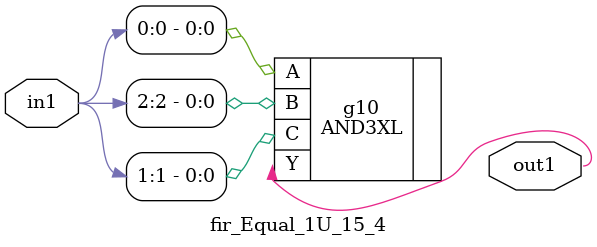
<source format=v>
`timescale 1ps / 1ps


module fir_Equal_1U_15_4(in1, out1);
  input [2:0] in1;
  output out1;
  wire [2:0] in1;
  wire out1;
  AND3XL g10(.A (in1[0]), .B (in1[2]), .C (in1[1]), .Y (out1));
endmodule



</source>
